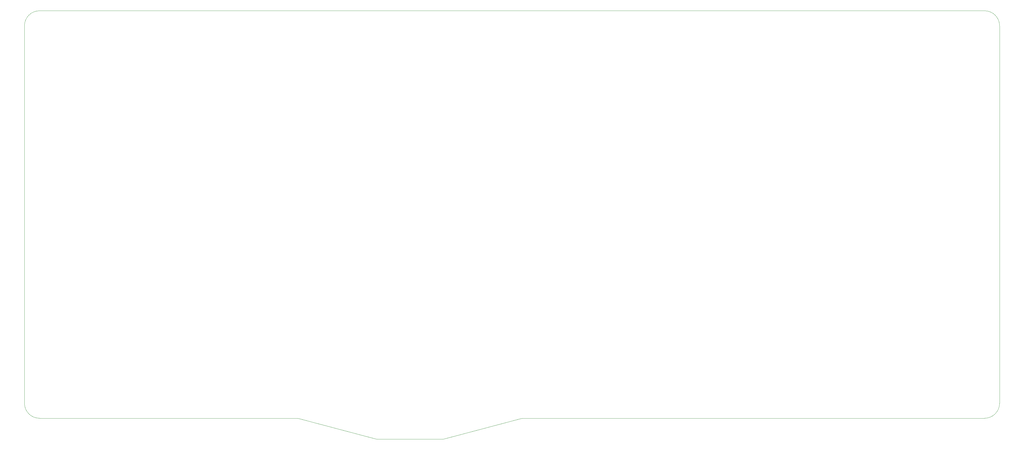
<source format=gbr>
%TF.GenerationSoftware,KiCad,Pcbnew,(6.0.1)*%
%TF.CreationDate,2022-02-07T12:22:45+01:00*%
%TF.ProjectId,middle,6d696464-6c65-42e6-9b69-6361645f7063,rev?*%
%TF.SameCoordinates,Original*%
%TF.FileFunction,Profile,NP*%
%FSLAX46Y46*%
G04 Gerber Fmt 4.6, Leading zero omitted, Abs format (unit mm)*
G04 Created by KiCad (PCBNEW (6.0.1)) date 2022-02-07 12:22:45*
%MOMM*%
%LPD*%
G01*
G04 APERTURE LIST*
%TA.AperFunction,Profile*%
%ADD10C,0.050000*%
%TD*%
G04 APERTURE END LIST*
D10*
X376890000Y-76232000D02*
X61890000Y-76232000D01*
X56890000Y-207232000D02*
G75*
G03*
X61890000Y-212232000I5000000J0D01*
G01*
X376890000Y-212232000D02*
G75*
G03*
X381890000Y-207232000I0J5000000D01*
G01*
X381890000Y-81232000D02*
G75*
G03*
X376890000Y-76232000I-5000000J0D01*
G01*
X381890000Y-207232000D02*
X381890000Y-81232000D01*
X174178012Y-219232000D02*
X196489483Y-219232000D01*
X376890000Y-212232000D02*
X236799400Y-212232000D01*
X196489483Y-219232000D02*
X222613839Y-212232000D01*
X56890000Y-81232000D02*
X56890000Y-207232000D01*
X61890000Y-212232000D02*
X148053656Y-212232000D01*
X148053656Y-212232000D02*
X174178012Y-219232000D01*
X61890000Y-76232000D02*
G75*
G03*
X56889999Y-81232001I-1J-5000000D01*
G01*
X236799400Y-212232000D02*
X222613839Y-212232000D01*
M02*

</source>
